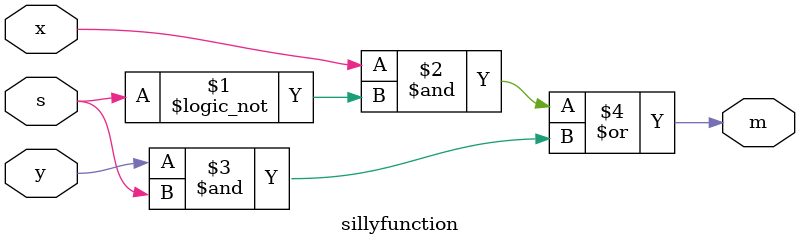
<source format=v>
module sillyfunction(x,y,s,m);
 //  input[2:0] S;
    //input E;
	//input [7:0] I;
	//output Z, Z_inverted;
	input x,y,s;
	output m;
	
//	not u0(s_inverted,s);
//	and u1(n1,s_inverted,x);
//	and u2(n2,s,y);
//	or u3(m,n1,n2);
assign m= (x&!s)|(y&s);
	
endmodule
</source>
